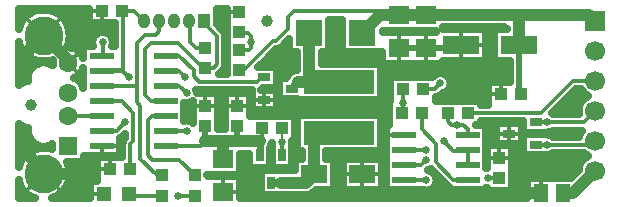
<source format=gbr>
G04 DipTrace 3.0.0.2*
G04 Top.gbr*
%MOMM*%
G04 #@! TF.FileFunction,Copper,L1,Top*
G04 #@! TF.Part,Single*
G04 #@! TA.AperFunction,CopperBalancing*
%ADD13C,0.33*%
G04 #@! TA.AperFunction,Conductor*
%ADD15C,1.0*%
%ADD16C,0.3*%
%ADD17C,0.6*%
%ADD18C,0.5*%
G04 #@! TA.AperFunction,ViaPad*
%ADD19C,0.65*%
G04 #@! TA.AperFunction,Conductor*
%ADD20C,0.203*%
G04 #@! TA.AperFunction,CopperBalancing*
%ADD21C,0.635*%
%ADD23R,3.15X1.6*%
%ADD24R,1.8X1.6*%
%ADD25R,1.0X1.1*%
%ADD26R,1.1X1.0*%
%ADD28R,2.3X2.2*%
%ADD30R,2.2X1.55*%
%ADD31R,1.2X1.2*%
%ADD33R,1.05X0.65*%
G04 #@! TA.AperFunction,ComponentPad*
%ADD34R,1.7X1.7*%
%ADD35C,1.7*%
%ADD36R,1.0X1.3*%
%ADD37O,1.0X1.3*%
%ADD38C,1.6*%
%ADD39R,1.6X1.6*%
%ADD40C,3.3*%
%ADD41R,6.0X2.0*%
%ADD42C,1.0*%
%ADD45R,0.65X1.05*%
%ADD46R,1.3X1.5*%
%ADD47R,2.0X0.6*%
%FSLAX35Y35*%
G04*
G71*
G90*
G75*
G01*
G04 Top*
%LPD*%
X1965000Y1675000D2*
D16*
X1855000D1*
X1840000Y1660000D1*
X4520000Y140000D2*
D15*
X4360000D1*
X4290000Y210000D1*
Y230000D1*
X520000Y1240000D2*
Y1265000D1*
X310000Y1475000D1*
Y305000D2*
X575000D1*
D17*
X580000Y310000D1*
X310000Y305000D2*
D15*
Y330000D1*
X196570Y443430D1*
D17*
X140000Y500000D1*
X310000Y1475000D2*
D15*
X180000Y1345000D1*
Y1320000D1*
D17*
Y1240000D1*
X3320000Y1370000D2*
D18*
X3550000D1*
X3820000D1*
X3845000Y1395000D1*
X3550000Y249500D2*
D16*
X3359500D1*
X1680000Y1370000D2*
X1600000D1*
X1550000Y1420000D1*
Y1600000D1*
X1545000D1*
X1770000Y580000D2*
D15*
X1860000D1*
X2050000D2*
X1960000D1*
X1860000D1*
X2140000D2*
D17*
Y480000D1*
D19*
Y460000D1*
X2160000Y690000D2*
D16*
Y600000D1*
X2140000Y580000D1*
X2050000D2*
D15*
X2140000D1*
D17*
D3*
X1680000D2*
D16*
D3*
D15*
X1770000D1*
D20*
X1860000D1*
X1950000D1*
X1960000D1*
X2050000D2*
X2160000Y540000D1*
X2140000Y580000D1*
X1342273Y542543D2*
D16*
X1642543D1*
X1680000Y580000D1*
X1830000Y430000D2*
D15*
Y580000D1*
X1770000D1*
X1950000Y710000D2*
D18*
Y580000D1*
X1680000Y710000D2*
Y580000D1*
X4070000Y270000D2*
D16*
X4170000D1*
X2600000Y300000D2*
D15*
Y650000D1*
X2810000D1*
X2600000Y300000D2*
X2530000Y230000D1*
X2317500D1*
D19*
X2235000D1*
X802273Y1304543D2*
D16*
X810000D1*
Y1420000D1*
X2070000D2*
Y1370000D1*
X2050000Y1350000D1*
X1980000D1*
Y1390000D1*
X1945000Y1355000D1*
X1965000D1*
Y1505000D2*
Y1500000D1*
X2040000D1*
X2070000Y1470000D1*
Y1420000D1*
X2810000Y1080000D2*
D15*
X2560000D1*
Y1500000D2*
Y1110000D1*
X2780000D1*
X2810000Y1080000D1*
X2465000D1*
D19*
X2410000Y1025000D1*
X3030000Y1480000D2*
D15*
X3010000Y1500000D1*
X3160000Y1650000D1*
X3178147D1*
X3320000D1*
X3550000D1*
X4335000D1*
X4930000D1*
X4980000Y1600000D1*
X4335000Y1395000D2*
Y1650000D1*
Y1395000D2*
D18*
Y995000D1*
X4350000Y980000D1*
X1965000Y1185000D2*
D16*
X2005000D1*
X2250000Y1430000D1*
X2280000D1*
X2380000Y1530000D1*
Y1630000D1*
X2430000Y1680000D1*
X3148147D1*
X3178147Y1650000D1*
X2180000Y1120000D2*
X2160000D1*
X2120000Y1080000D1*
X1630000D1*
X1580000Y1130000D1*
Y1180000D1*
X1455457Y1304543D1*
X1342273D1*
X1030000Y130000D2*
X1040000Y120000D1*
X1310000D1*
X802273Y669543D2*
X929543D1*
X1000000Y740000D1*
X520000Y790000D2*
X526543Y796543D1*
X802273D1*
X4710000Y140000D2*
D15*
X4790000D1*
X4980000Y330000D1*
X1590000Y120000D2*
D16*
X1450000D1*
X3899500Y630500D2*
Y680500D1*
X3860000Y720000D1*
X3810000D1*
X1510000Y1120000D2*
X1452457Y1177543D1*
X1342273D1*
X3730000Y820000D2*
Y750000D1*
X3760000Y720000D1*
X3810000D1*
X2330000Y460000D2*
Y570000D1*
X1520000Y669543D2*
X1342273D1*
X2330000Y690000D2*
D20*
Y570000D1*
X975000Y1685000D2*
D16*
X1079000D1*
X1164000Y1600000D1*
X975000Y1685000D2*
Y1680000D1*
X1000000D1*
X980000Y1660000D1*
Y1180000D1*
X804730D1*
X802273Y1177543D1*
X3899500Y376500D2*
Y503500D1*
X802273Y1177543D2*
X972457D1*
X1030000Y1120000D1*
X3700000Y580000D2*
X3780000Y500000D1*
X3896000D1*
X3899500Y503500D1*
X3350000Y1020000D2*
Y820000D1*
X3345000Y815000D1*
X3350000D1*
Y900000D1*
X1520000Y990000D2*
X1459457Y1050543D1*
X1342273D1*
Y923543D2*
X1216457D1*
X1170000Y970000D1*
Y1360000D1*
X1220000Y1410000D1*
X1450000D1*
X1660000Y1200000D1*
X1680000D1*
X1750000D1*
X1780000Y1230000D1*
Y1470000D1*
X1672000Y1578000D1*
Y1600000D1*
X1291000D2*
Y1511000D1*
X1260000Y1480000D1*
X1170000D1*
X1100000Y1410000D1*
Y1050543D1*
Y910000D1*
X1130000Y880000D1*
Y430000D1*
X1270000Y290000D1*
X1310000D1*
X802273Y1050543D2*
X1100000D1*
X1045000Y345000D2*
Y555000D1*
X1070000Y580000D1*
Y820000D1*
X970000Y920000D1*
X802273D1*
Y923543D1*
X3515000Y815000D2*
X3510000D1*
Y680000D1*
X3630000Y560000D1*
Y400000D1*
X3780500Y249500D1*
X3899500D1*
X3520000Y1020000D2*
X3620000D1*
X3670000Y1070000D1*
X3900000Y820000D2*
X3880000D1*
X4520000D1*
X4792000Y1092000D1*
X4980000D1*
X1342273Y796543D2*
X1226543D1*
X1190000Y760000D1*
Y460000D1*
X1230000Y420000D1*
X1460000D1*
X1590000Y290000D1*
X3359500Y503500D2*
X3556500D1*
X3550000Y510000D1*
X4570000Y740000D2*
X4480000D1*
X4570000D2*
X4882000D1*
X4980000Y838000D1*
X4986000Y590000D2*
X4980000Y584000D1*
X3359500Y376500D2*
X3506500D1*
X3550000Y420000D1*
X4570000Y550000D2*
X4480000D1*
X4570000D2*
X4946000D1*
X4980000Y584000D1*
D19*
X3550000Y249500D3*
X2050000Y580000D3*
D3*
D3*
X4070000Y270000D3*
X810000Y1420000D3*
X2070000D3*
D3*
X1000000Y740000D3*
X1450000Y120000D3*
X3810000Y720000D3*
X1510000Y1120000D3*
X2330000Y570000D3*
X1520000Y669543D3*
X1030000Y1120000D3*
X3700000Y580000D3*
X3350000Y900000D3*
X1520000Y990000D3*
X3670000Y1070000D3*
X3550000Y510000D3*
X4570000Y740000D3*
D3*
X3550000Y420000D3*
X4570000Y550000D3*
D3*
X2200000Y1220000D3*
X4090000Y1490000D3*
X4390000Y180000D3*
X2570000Y840000D3*
X4060000Y160000D3*
X1770000Y580000D3*
X4240000Y740000D3*
X2780000Y1580000D3*
X4800000Y910000D3*
X3130000Y470000D3*
X3030000Y840000D3*
X2660000D3*
X3960000Y1170000D3*
X2450000Y460000D3*
X1840000Y1660000D3*
X2000000Y310000D3*
X2140000Y580000D3*
X180000Y1240000D3*
X140000Y500000D3*
X1680000Y580000D3*
X2940000Y840000D3*
X2390000D3*
X3860000Y1170000D3*
X2780000Y1430000D3*
X4290000Y230000D3*
X580000Y310000D3*
X1950000Y580000D3*
X1810000Y780000D3*
X1860000Y580000D3*
X2430000Y1220000D3*
X104100Y1639083D2*
D21*
X157690D1*
X462343D2*
X689007D1*
X1782943D2*
X1854083D1*
X511330Y1575917D2*
X904063D1*
X1782943D2*
X1854083D1*
X2735940D2*
X2834117D1*
X532663Y1512750D2*
X904063D1*
X2735940D2*
X2834117D1*
X3185897D2*
X3626503D1*
X4063487D2*
X4116520D1*
X534523Y1449583D2*
X721750D1*
X2735940D2*
X2834117D1*
X4063487D2*
X4116520D1*
X517283Y1386417D2*
X641383D1*
X2341173D2*
X2384037D1*
X2735940D2*
X2834117D1*
X4063487D2*
X4116520D1*
X104100Y1323250D2*
X144917D1*
X2247907D2*
X2449147D1*
X2670950D2*
X3169103D1*
X4063487D2*
X4116520D1*
X104100Y1260083D2*
X258647D1*
X2184780D2*
X2449147D1*
X2670950D2*
X3169103D1*
X3700967D2*
X4249100D1*
X104100Y1196917D2*
X199983D1*
X2293423D2*
X2449023D1*
X3170890D2*
X4249100D1*
X104100Y1133750D2*
X172947D1*
X608937D2*
X641383D1*
X2293423D2*
X2369030D1*
X3170890D2*
X3604303D1*
X3735693D2*
X4249100D1*
X3170890Y1070583D2*
X3234093D1*
X3763473D2*
X4064057D1*
X1611667Y1007417D2*
X2066537D1*
X3170890D2*
X3234093D1*
X3736933D2*
X4064057D1*
X4812093D2*
X4862643D1*
X1790880Y944250D2*
X1839077D1*
X3170890D2*
X3234093D1*
X3635977D2*
X4064057D1*
X4748963D2*
X4883107D1*
X1503270Y881083D2*
X1569077D1*
X1790880D2*
X1839077D1*
X2293423D2*
X3229007D1*
X4685837D2*
X4840817D1*
X1503270Y817917D2*
X1569077D1*
X1790880D2*
X1839077D1*
X2060880D2*
X3229007D1*
X4622583D2*
X4835483D1*
X1790880Y754750D2*
X1839077D1*
X3170890D2*
X3229007D1*
X104100Y691583D2*
X174310D1*
X1790880D2*
X1839077D1*
X4060387D2*
X4136610D1*
X104100Y628417D2*
X176790D1*
X4060387D2*
X4136610D1*
X4614273D2*
X4841310D1*
X104100Y565250D2*
X217097D1*
X4060387D2*
X4136610D1*
X104100Y502083D2*
X206803D1*
X4280900D2*
X4366550D1*
X660903Y438917D2*
X759080D1*
X1980883D2*
X2046567D1*
X2423400D2*
X2489083D1*
X2710887D2*
X3198620D1*
X4280900D2*
X4886333D1*
X524230Y375750D2*
X759080D1*
X1980883D2*
X2046567D1*
X2770913D2*
X2839077D1*
X4280900D2*
X4841807D1*
X535763Y312583D2*
X759080D1*
X1980883D2*
X2141570D1*
X2770913D2*
X2839077D1*
X4280900D2*
X4808320D1*
X528817Y249417D2*
X759080D1*
X1980883D2*
X2141570D1*
X2770913D2*
X2839077D1*
X3643420D2*
X3675840D1*
X4280900D2*
X4394083D1*
X501037Y186250D2*
X699053D1*
X1980883D2*
X2141570D1*
X2770913D2*
X2839077D1*
X3616257D2*
X3738620D1*
X4280900D2*
X4394083D1*
X104100Y123083D2*
X180633D1*
X439397D2*
X699053D1*
X1980883D2*
X2141570D1*
X2328400D2*
X4394083D1*
X3464590Y1515470D2*
X3179707Y1515410D1*
X3179590Y1504473D1*
X3632893Y1504590D1*
X3632910Y1515427D1*
X3405410Y1515533D1*
Y1504590D1*
X3462560D1*
X3464590Y1235420D2*
X3175410Y1235410D1*
Y1335397D1*
X2840410Y1335410D1*
Y1610370D1*
X2729567Y1610410D1*
X2729590Y1335410D1*
X2664480D1*
X2664590Y1234467D1*
X3164590Y1234590D1*
Y925410D1*
X2455410D1*
Y937937D1*
X2302910Y937910D1*
Y1112090D1*
X2365530Y1112320D1*
X2371810Y1127483D1*
X2380383Y1141477D1*
X2391043Y1153957D1*
X2403523Y1164617D1*
X2417517Y1173190D1*
X2432680Y1179470D1*
X2448640Y1183303D1*
X2455423Y1184107D1*
X2455410Y1335350D1*
X2390410Y1335410D1*
Y1441947D1*
X2325197Y1377083D1*
X2311593Y1367993D1*
X2296247Y1362333D1*
X2279167Y1360443D1*
X2164503Y1246090D1*
X2125477Y1207063D1*
X2287090Y1207090D1*
Y1032910D1*
X2171377D1*
X2160903Y1023700D1*
X2150643Y1017557D1*
X2187210Y1017090D1*
X2287090D1*
Y842910D1*
X2072910D1*
Y1010463D1*
X1624540Y1010623D1*
X1608497Y1013817D1*
X1603193Y1015787D1*
X1606820Y996833D1*
X1607160Y989590D1*
X1784590D1*
Y684527D1*
X1845403Y684590D1*
X1845410Y989590D1*
X2054590D1*
Y794660D1*
X2439590Y794590D1*
Y585410D1*
X2415653D1*
X2417090Y570000D1*
Y352910D1*
X2242910D1*
Y561447D1*
X2239470Y547680D1*
X2233190Y532517D1*
X2227093Y522230D1*
X2227090Y352910D1*
X2052910D1*
Y475443D1*
X1974597Y475410D1*
X1974590Y295410D1*
X1694670D1*
X1698110Y284590D1*
X1974590D1*
Y97737D1*
X4400497Y97750D1*
X4400410Y269590D1*
X4771610D1*
X4840663Y338573D1*
X4844267Y362587D1*
X4851037Y383420D1*
X4860980Y402937D1*
X4873853Y420657D1*
X4889343Y436147D1*
X4907063Y449020D1*
X4922187Y456940D1*
X4907063Y464980D1*
X4889343Y477853D1*
X4886547Y480440D1*
X4622423Y480410D1*
X4609537Y472403D1*
X4596913Y467173D1*
X4587107Y464677D1*
X4587090Y462910D1*
X4372910D1*
Y637090D1*
X4587090D1*
Y635477D1*
X4603327Y630460D1*
X4615503Y624257D1*
X4622343Y619547D1*
X4844960Y619590D1*
X4851037Y637420D1*
X4860980Y656937D1*
X4870540Y670453D1*
X4622420Y670410D1*
X4609537Y662403D1*
X4596913Y657173D1*
X4587107Y654677D1*
X4587090Y652910D1*
X4372910D1*
Y750517D1*
X4009643Y750410D1*
X4009590Y715410D1*
X3967160Y715090D1*
X4054090D1*
Y355547D1*
X4065437Y356910D1*
X4065410Y549590D1*
X4274590D1*
Y160410D1*
X4065410D1*
Y183107D1*
X4054097Y184437D1*
X4054090Y164910D1*
X3744910D1*
X3744140Y190163D1*
X3731293Y200293D1*
X3589247Y342340D1*
X3576913Y337173D1*
X3567633Y334780D1*
X3583327Y329960D1*
X3595503Y323757D1*
X3606560Y315723D1*
X3616223Y306060D1*
X3624257Y295003D1*
X3630460Y282827D1*
X3634683Y269830D1*
X3636820Y256333D1*
Y242667D1*
X3634683Y229170D1*
X3630460Y216173D1*
X3624257Y203997D1*
X3616223Y192940D1*
X3606560Y183277D1*
X3595503Y175243D1*
X3583327Y169040D1*
X3570330Y164817D1*
X3556833Y162680D1*
X3543167D1*
X3529670Y164817D1*
X3514077Y170237D1*
X3514090Y164910D1*
X3204910D1*
Y715090D1*
X3235397D1*
X3235410Y919590D1*
X3240497D1*
X3240410Y1124590D1*
X3602143D1*
X3613440Y1136223D1*
X3624497Y1144257D1*
X3636673Y1150460D1*
X3649670Y1154683D1*
X3663167Y1156820D1*
X3676833D1*
X3690330Y1154683D1*
X3703327Y1150460D1*
X3715503Y1144257D1*
X3726560Y1136223D1*
X3736223Y1126560D1*
X3744257Y1115503D1*
X3750460Y1103327D1*
X3754683Y1090330D1*
X3756820Y1076833D1*
Y1063167D1*
X3754683Y1049670D1*
X3750460Y1036673D1*
X3744257Y1024497D1*
X3736223Y1013440D1*
X3726560Y1003777D1*
X3715503Y995743D1*
X3703327Y989540D1*
X3690330Y985317D1*
X3682163Y983810D1*
X3660903Y963700D1*
X3646630Y955707D1*
X3630887Y951267D1*
X3629847Y951143D1*
X3630887Y951267D1*
X3629847Y951143D1*
X3629590Y924530D1*
X4009590Y924590D1*
Y889490D1*
X4070377Y889590D1*
X4070410Y1084590D1*
X4255430D1*
X4255410Y1260287D1*
X4122910Y1260410D1*
Y1529590D1*
X4230440D1*
X4208000Y1545410D1*
X3694667D1*
X3694590Y1529583D1*
X4057090Y1529590D1*
Y1260410D1*
X3694570D1*
X3694590Y1235410D1*
X3405410Y1235433D1*
X1575410Y736710D2*
Y922833D1*
X1559537Y912403D1*
X1546913Y907173D1*
X1533623Y903983D1*
X1520000Y902910D1*
X1506377Y903983D1*
X1496867Y906107D1*
X1496863Y753513D1*
X1513167Y756363D1*
X1526833D1*
X1540330Y754227D1*
X1553327Y750003D1*
X1565503Y743800D1*
X1575407Y736677D1*
X1575410Y821210D1*
X2467160Y432090D2*
X2495560D1*
X2495410Y495337D1*
X2455410Y495410D1*
Y804590D1*
X3164590D1*
Y495410D1*
X2704587D1*
X2704590Y432090D1*
X2764590D1*
Y167910D1*
X2615887D1*
X2597927Y150470D1*
X2584647Y140823D1*
X2570023Y133370D1*
X2554417Y128300D1*
X2538207Y125733D1*
X2371250Y125410D1*
X2322053D1*
X2322090Y122910D1*
X2147910D1*
Y337090D1*
X2322090D1*
Y334483D1*
X2435447Y334590D1*
X2435410Y432090D1*
X2467160D1*
X2851760D2*
X3174590D1*
Y167910D1*
X2845410D1*
Y432090D1*
X2851760D1*
X4149260Y732090D2*
X4357090D1*
Y557910D1*
X4142910D1*
Y732090D1*
X4149260D1*
X4922187Y965060D2*
X4907063Y972980D1*
X4889343Y985853D1*
X4873853Y1001343D1*
X4860980Y1019063D1*
X4859077Y1022463D1*
X4820680Y1022410D1*
X4613807Y815393D1*
X4622343Y809547D1*
X4843223Y809590D1*
X4840840Y827047D1*
Y848953D1*
X4844267Y870587D1*
X4851037Y891420D1*
X4860980Y910937D1*
X4873853Y928657D1*
X4889343Y944147D1*
X4907063Y957020D1*
X4922187Y964940D1*
X1776590Y1702350D2*
Y1571877D1*
X1832917Y1515197D1*
X1842007Y1501593D1*
X1847667Y1486247D1*
X1849557Y1469167D1*
X1849377Y1224540D1*
X1846183Y1208497D1*
X1839337Y1193640D1*
X1828597Y1180227D1*
X1798410Y1150053D1*
X1860310Y1149590D1*
X1860410Y1614590D1*
Y1702307D1*
X1776560Y1702250D1*
X647683Y1197513D2*
X639887Y1178830D1*
X630057Y1162530D1*
X618030Y1147777D1*
X604040Y1134873D1*
X588367Y1124067D1*
X569873Y1115020D1*
X590323Y1104757D1*
X607410Y1092343D1*
X622343Y1077410D1*
X634757Y1060323D1*
X644343Y1041507D1*
X647673Y1032480D1*
X647683Y1197503D1*
X386550Y1222657D2*
X385437Y1242623D1*
X387150Y1261580D1*
X388847Y1270067D1*
X362323Y1261733D1*
X337360Y1257120D1*
X312030Y1255420D1*
X286677Y1256653D1*
X261630Y1260803D1*
X237233Y1267817D1*
X213807Y1277600D1*
X191670Y1290020D1*
X171110Y1304913D1*
X152407Y1322080D1*
X135813Y1341290D1*
X121543Y1362287D1*
X109797Y1384790D1*
X100723Y1408500D1*
X97713Y1418910D1*
X97750Y1058197D1*
X138737Y1078547D1*
X146100Y1080313D1*
X181167Y1085870D1*
X178323Y1104637D1*
Y1125363D1*
X181567Y1145833D1*
X187970Y1165547D1*
X197380Y1184013D1*
X209563Y1200780D1*
X224220Y1215437D1*
X240987Y1227620D1*
X259453Y1237030D1*
X279167Y1243433D1*
X299637Y1246677D1*
X320363D1*
X340833Y1243433D1*
X360547Y1237030D1*
X379013Y1227620D1*
X386527Y1222600D1*
X504847Y1373697D2*
X527107Y1374403D1*
X545997Y1372057D1*
X564363Y1367067D1*
X581847Y1359540D1*
X598090Y1349620D1*
X612773Y1337507D1*
X625600Y1323443D1*
X636317Y1307713D1*
X644707Y1290627D1*
X647683Y1283453D1*
Y1389133D1*
X728670D1*
X723983Y1406377D1*
X722910Y1420000D1*
X723983Y1433623D1*
X727173Y1446913D1*
X732403Y1459537D1*
X739543Y1471190D1*
X748417Y1481583D1*
X758810Y1490457D1*
X770463Y1497597D1*
X783087Y1502827D1*
X796377Y1506017D1*
X810000Y1507090D1*
X823623Y1506017D1*
X836913Y1502827D1*
X849537Y1497597D1*
X861190Y1490457D1*
X871583Y1481583D1*
X880457Y1471190D1*
X887597Y1459537D1*
X892827Y1446913D1*
X896017Y1433623D1*
X897090Y1420000D1*
X896017Y1406377D1*
X891377Y1389153D1*
X910490Y1389133D1*
X910410Y1580473D1*
X695410Y1580410D1*
Y1702273D1*
X97750Y1702250D1*
X98407Y1533713D1*
X106597Y1557743D1*
X117503Y1580667D1*
X130987Y1602177D1*
X146860Y1621987D1*
X164913Y1639833D1*
X184907Y1655477D1*
X206573Y1668707D1*
X229620Y1679350D1*
X253740Y1687260D1*
X278613Y1692337D1*
X303907Y1694507D1*
X329280Y1693743D1*
X354397Y1690053D1*
X378920Y1683493D1*
X402523Y1674147D1*
X424890Y1662137D1*
X445720Y1647627D1*
X464737Y1630810D1*
X481683Y1611910D1*
X496337Y1591180D1*
X508500Y1568900D1*
X518013Y1545360D1*
X524743Y1520883D1*
X528603Y1495793D1*
X529497Y1468650D1*
X527300Y1443360D1*
X522197Y1418493D1*
X514257Y1394380D1*
X504827Y1373747D1*
X385410Y511200D2*
Y556593D1*
X369963Y547313D1*
X350817Y539380D1*
X330663Y534543D1*
X310000Y532917D1*
X289337Y534543D1*
X269183Y539380D1*
X250037Y547313D1*
X232363Y558143D1*
X216603Y571603D1*
X203143Y587363D1*
X192313Y605037D1*
X184380Y624183D1*
X179543Y644337D1*
X177917Y665000D1*
X179543Y685663D1*
X181227Y694127D1*
X138737Y701453D1*
X131743Y704350D1*
X97713Y721690D1*
X98407Y363713D1*
X106597Y387743D1*
X117503Y410667D1*
X130987Y432177D1*
X146860Y451987D1*
X164913Y469833D1*
X184907Y485477D1*
X206573Y498707D1*
X229620Y509350D1*
X253740Y517260D1*
X278613Y522337D1*
X303907Y524507D1*
X329280Y523743D1*
X354397Y520053D1*
X378920Y513493D1*
X385407Y511230D1*
X237540Y97713D2*
X213807Y107600D1*
X191670Y120020D1*
X171110Y134913D1*
X152407Y152080D1*
X135813Y171290D1*
X121543Y192287D1*
X109797Y214790D1*
X100723Y238500D1*
X97713Y248910D1*
X97750Y97750D1*
X237523D1*
X1000360Y641943D2*
X970447Y613243D1*
X960187Y607100D1*
X985663Y591360D1*
X995793Y604207D1*
X1000413Y608830D1*
X1000410Y642137D1*
X970447Y613243D1*
X956863Y605677D1*
Y457953D1*
X967160Y449590D1*
X975433D1*
X956863Y457953D1*
X654570D1*
X654590Y405410D1*
X505390D1*
X515890Y381347D1*
X523327Y357073D1*
X527910Y332107D1*
X529590Y305000D1*
X528123Y279657D1*
X523740Y254653D1*
X516500Y230320D1*
X506503Y206987D1*
X493877Y184963D1*
X478793Y164543D1*
X461457Y146000D1*
X442093Y129583D1*
X420967Y115510D1*
X398353Y103970D1*
X383500Y97750D1*
X705410Y97960D1*
Y244590D1*
X765413D1*
X765410Y449590D1*
X975410Y449553D1*
X975623Y560460D1*
X978817Y576503D1*
X985663Y591360D1*
X996403Y604773D1*
X982993Y586593D1*
X985663Y591360D1*
X956863Y605577D1*
Y582683D1*
X3320000Y1504467D2*
D13*
Y1235533D1*
X3550000Y1504467D2*
Y1235533D1*
X3845000Y1529467D2*
Y1260533D1*
Y1395000D2*
X4056967D1*
X4180000Y1084467D2*
Y980000D1*
X4070533D2*
X4180000D1*
X1830000Y284467D2*
Y150000D1*
X1974467D1*
X1950000Y989467D2*
Y880000D1*
X1845533D2*
X2054467D1*
X1680000Y989467D2*
Y880000D1*
X1575533D2*
X1784467D1*
X875000Y449467D2*
Y345000D1*
X765533D2*
X875000D1*
X4170000Y549467D2*
Y440000D1*
X4065533D2*
X4274467D1*
X3010000Y431967D2*
Y168033D1*
X2845533Y300000D2*
X3174467D1*
X705533Y130000D2*
X820000D1*
X4250000Y731967D2*
Y558033D1*
X4143033Y645000D2*
X4356967D1*
X520000Y1240000D2*
X615083Y1144917D1*
Y1335083D2*
X520000Y1240000D1*
X154813Y1630187D2*
X310000Y1475000D1*
X465187Y1630187D2*
X154813Y1319813D1*
Y460187D2*
X465187Y149813D1*
X310000Y305000D2*
X154813Y149813D1*
X2180000Y1016967D2*
Y843033D1*
X2073033Y930000D2*
X2286967D1*
X1860533Y1675000D2*
X1965000D1*
X4520000Y269467D2*
Y140000D1*
X4400533D2*
X4520000D1*
X805000Y1685000D2*
Y1580533D1*
X695533Y1685000D2*
X805000D1*
X802273Y542543D2*
Y458077D1*
Y542543D2*
X956740D1*
X3205033Y630500D2*
X3359500D1*
D23*
X4335000Y1395000D3*
X3845000D3*
D24*
X3320000Y1650000D3*
Y1370000D3*
X3550000Y1650000D3*
Y1370000D3*
X1830000Y430000D3*
Y150000D3*
D25*
X1950000Y710000D3*
Y880000D3*
D26*
X4350000Y980000D3*
X4180000D3*
D25*
X1680000Y710000D3*
Y880000D3*
D26*
X1045000Y345000D3*
X875000D3*
D25*
X4170000Y270000D3*
Y440000D3*
D28*
X3010000Y1500000D3*
X2560000D3*
D30*
X2600000Y300000D3*
X3010000D3*
D31*
X1030000Y130000D3*
X820000D3*
D33*
X4480000Y550000D3*
Y740000D3*
X4250000Y645000D3*
D34*
X4980000Y1600000D3*
D35*
Y1346000D3*
Y1092000D3*
Y838000D3*
Y584000D3*
Y330000D3*
D36*
X1672000Y1600000D3*
D37*
X1545000D3*
X1418000D3*
X1291000D3*
X1164000D3*
D38*
X520000Y1240000D3*
Y990000D3*
Y790000D3*
D39*
Y540000D3*
D40*
X310000Y1475000D3*
Y305000D3*
D41*
X2810000Y650000D3*
Y1080000D3*
D42*
X2200000Y1600000D3*
X200000Y890000D3*
D45*
X2330000Y460000D3*
X2140000D3*
X2235000Y230000D3*
D33*
X2180000Y1120000D3*
Y930000D3*
X2410000Y1025000D3*
D26*
X3350000Y1020000D3*
X3520000D3*
D25*
X1965000Y1185000D3*
Y1355000D3*
D26*
X3730000Y820000D3*
X3900000D3*
X2330000Y690000D3*
X2160000D3*
D25*
X1965000Y1505000D3*
Y1675000D3*
X1680000Y1200000D3*
Y1370000D3*
X1310000Y290000D3*
Y120000D3*
D46*
X4710000Y140000D3*
X4520000D3*
D25*
X1590000Y120000D3*
Y290000D3*
D26*
X3345000Y815000D3*
X3515000D3*
X975000Y1685000D3*
X805000D3*
D47*
X1342273Y542543D3*
Y669543D3*
Y796543D3*
Y923543D3*
Y1050543D3*
Y1177543D3*
Y1304543D3*
X802273D3*
Y1177543D3*
Y1050543D3*
Y923543D3*
Y796543D3*
Y669543D3*
Y542543D3*
X3899500Y249500D3*
Y376500D3*
Y503500D3*
Y630500D3*
X3359500D3*
Y503500D3*
Y376500D3*
Y249500D3*
M02*

</source>
